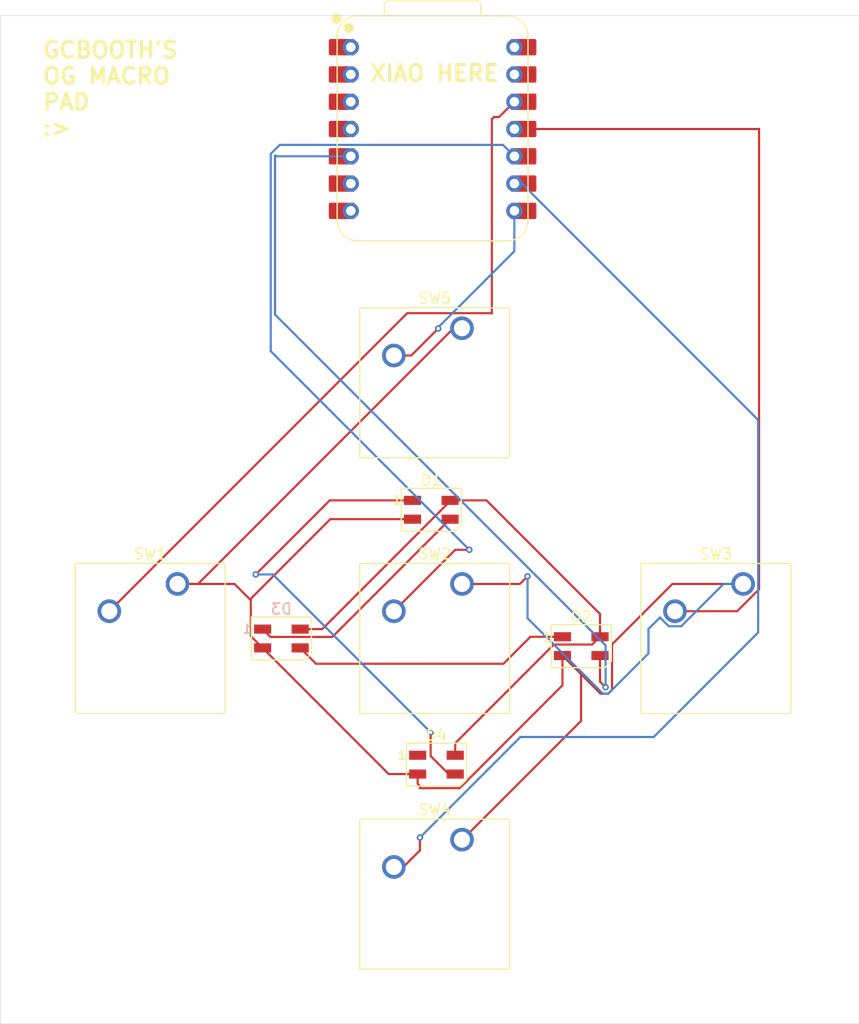
<source format=kicad_pcb>
(kicad_pcb (version 20241229) (generator "pcbnew") (generator_version "9.0")
  (layers (0 "F.Cu" signal) (2 "B.Cu" signal) (13 "F.Paste" user) (15 "B.Paste" user) (5 "F.SilkS" user "F.Silkscreen") (7 "B.SilkS" user "B.Silkscreen") (1 "F.Mask" user) (3 "B.Mask" user) (25 "Edge.Cuts" user))
  (net 0 "")
  (net 1 "Net-(D1-DIN)")
  (net 2 "+5V")
  (net 3 "Net-(D1-DOUT)")
  (net 4 "GND")
  (net 5 "Net-(D2-DIN)")
  (net 6 "Net-(D2-DOUT)")
  (net 8 "Net-(U1-3V3)")
  (net 9 "Net-(U1-GPIO4{slash}MISO)")
  (net 10 "Net-(U1-GPIO3{slash}MOSI)")
  (net 11 "Net-(U1-GPIO2{slash}SCK)")
  (net 12 "Net-(U1-GPIO1{slash}RX)")
  (footprint "LED_SMD:LED_SK6812MINI_PLCC4_3.5x3.5mm_P1.75mm" (layer "F.Cu") (at 154.46 68.975)
    (property "Reference" "D1" (at 0 -2.75 0) (layer "F.SilkS"))
    (property "Value" "SK6812MINI")
    (fp_line (start -2.8 -2) (end -2.8 2) (stroke (width 0.12)) (layer "F.SilkS"))
    (fp_line (start -2.8 -2) (end 2.8 -2) (stroke (width 0.12)) (layer "F.SilkS"))
    (fp_line (start -2.8 2) (end 2.2 2) (stroke (width 0.12)) (layer "F.SilkS"))
    (fp_line (start 2.8 1.4) (end 2.2 2) (stroke (width 0.12)) (layer "F.SilkS"))
    (fp_line (start 2.8 1.4) (end 2.8 -2) (stroke (width 0.12)) (layer "F.SilkS"))
    (fp_text user "1" (at -3.2 -0.875 0) (layer "F.SilkS") (effects (font (size 0.8 0.8))))
    (pad "1" smd rect (at -1.75 -0.875) (size 1.6 0.85) (layers "F.Cu" "F.Mask" "F.Paste") (net 3 "Net-(D1-DOUT)"))
    (pad "2" smd rect (at -1.75 0.875) (size 1.6 0.85) (layers "F.Cu" "F.Mask" "F.Paste") (net 4 "GND"))
    (pad "3" smd rect (at 1.75 0.875) (size 1.6 0.85) (layers "F.Cu" "F.Mask" "F.Paste") (net 1 "Net-(D1-DIN)"))
    (pad "4" smd rect (at 1.75 -0.875) (size 1.6 0.85) (layers "F.Cu" "F.Mask" "F.Paste") (net 2 "+5V"))
  )
  (footprint "Button_Switch_Keyboard:SW_Cherry_MX_1.00u_PCB" (layer "F.Cu") (at 130.81 75.8825)
    (property "Reference" "SW1" (at -2.54 -2.794 0) (layer "F.SilkS"))
    (property "Value" "SW_Push")
    (fp_line (start -9.525 -1.905) (end 4.445 -1.905) (stroke (width 0.12)) (layer "F.SilkS"))
    (fp_line (start -9.525 12.065) (end -9.525 -1.905) (stroke (width 0.12)) (layer "F.SilkS"))
    (fp_line (start 4.445 -1.905) (end 4.445 12.065) (stroke (width 0.12)) (layer "F.SilkS"))
    (fp_line (start 4.445 12.065) (end -9.525 12.065) (stroke (width 0.12)) (layer "F.SilkS"))
    (pad "" np_thru_hole circle (at -7.62 5.08) (size 1.7 1.7) (drill 1.7) (layers "*.Cu" "*.Mask"))
    (pad "" np_thru_hole circle (at -2.54 5.08) (size 4 4) (drill 4) (layers "*.Cu" "*.Mask"))
    (pad "" np_thru_hole circle (at 2.54 5.08) (size 1.7 1.7) (drill 1.7) (layers "*.Cu" "*.Mask"))
    (pad "1" thru_hole circle (at 0 0) (size 2.2 2.2) (drill 1.5) (layers "*.Cu" "*.Mask") (net 4 "GND"))
    (pad "2" thru_hole circle (at -6.35 2.54) (size 2.2 2.2) (drill 1.5) (layers "*.Cu" "*.Mask") (net 8 "Net-(U1-3V3)"))
  )
  (footprint "LED_SMD:LED_SK6812MINI_PLCC4_3.5x3.5mm_P1.75mm" (layer "F.Cu") (at 154.94 92.71)
    (property "Reference" "D4" (at 0 -2.75 0) (layer "F.SilkS"))
    (property "Value" "SK6812MINI")
    (fp_line (start -2.8 -2) (end -2.8 2) (stroke (width 0.12)) (layer "F.SilkS"))
    (fp_line (start -2.8 -2) (end 2.8 -2) (stroke (width 0.12)) (layer "F.SilkS"))
    (fp_line (start -2.8 2) (end 2.2 2) (stroke (width 0.12)) (layer "F.SilkS"))
    (fp_line (start 2.8 1.4) (end 2.2 2) (stroke (width 0.12)) (layer "F.SilkS"))
    (fp_line (start 2.8 1.4) (end 2.8 -2) (stroke (width 0.12)) (layer "F.SilkS"))
    (fp_text user "1" (at -3.2 -0.875 0) (layer "F.SilkS") (effects (font (size 0.8 0.8))))
    (pad "1" smd rect (at -1.75 -0.875) (size 1.6 0.85) (layers "F.Cu" "F.Mask" "F.Paste"))
    (pad "2" smd rect (at -1.75 0.875) (size 1.6 0.85) (layers "F.Cu" "F.Mask" "F.Paste") (net 4 "GND"))
    (pad "3" smd rect (at 1.75 0.875) (size 1.6 0.85) (layers "F.Cu" "F.Mask" "F.Paste") (net 3 "Net-(D1-DOUT)"))
    (pad "4" smd rect (at 1.75 -0.875) (size 1.6 0.85) (layers "F.Cu" "F.Mask" "F.Paste") (net 2 "+5V"))
  )
  (footprint "Button_Switch_Keyboard:SW_Cherry_MX_1.00u_PCB" (layer "F.Cu") (at 183.515 75.8825)
    (property "Reference" "SW3" (at -2.54 -2.794 0) (layer "F.SilkS"))
    (property "Value" "SW_Push")
    (fp_line (start -9.525 -1.905) (end 4.445 -1.905) (stroke (width 0.12)) (layer "F.SilkS"))
    (fp_line (start -9.525 12.065) (end -9.525 -1.905) (stroke (width 0.12)) (layer "F.SilkS"))
    (fp_line (start 4.445 -1.905) (end 4.445 12.065) (stroke (width 0.12)) (layer "F.SilkS"))
    (fp_line (start 4.445 12.065) (end -9.525 12.065) (stroke (width 0.12)) (layer "F.SilkS"))
    (pad "" np_thru_hole circle (at -7.62 5.08) (size 1.7 1.7) (drill 1.7) (layers "*.Cu" "*.Mask"))
    (pad "" np_thru_hole circle (at -2.54 5.08) (size 4 4) (drill 4) (layers "*.Cu" "*.Mask"))
    (pad "" np_thru_hole circle (at 2.54 5.08) (size 1.7 1.7) (drill 1.7) (layers "*.Cu" "*.Mask"))
    (pad "1" thru_hole circle (at 0 0) (size 2.2 2.2) (drill 1.5) (layers "*.Cu" "*.Mask") (net 4 "GND"))
    (pad "2" thru_hole circle (at -6.35 2.54) (size 2.2 2.2) (drill 1.5) (layers "*.Cu" "*.Mask") (net 10 "Net-(U1-GPIO3{slash}MOSI)"))
  )
  (footprint "Button_Switch_Keyboard:SW_Cherry_MX_1.00u_PCB" (layer "F.Cu") (at 157.32125 52.07)
    (property "Reference" "SW5" (at -2.54 -2.794 0) (layer "F.SilkS"))
    (property "Value" "SW_Push")
    (fp_line (start -9.525 -1.905) (end 4.445 -1.905) (stroke (width 0.12)) (layer "F.SilkS"))
    (fp_line (start -9.525 12.065) (end -9.525 -1.905) (stroke (width 0.12)) (layer "F.SilkS"))
    (fp_line (start 4.445 -1.905) (end 4.445 12.065) (stroke (width 0.12)) (layer "F.SilkS"))
    (fp_line (start 4.445 12.065) (end -9.525 12.065) (stroke (width 0.12)) (layer "F.SilkS"))
    (pad "" np_thru_hole circle (at -7.62 5.08) (size 1.7 1.7) (drill 1.7) (layers "*.Cu" "*.Mask"))
    (pad "" np_thru_hole circle (at -2.54 5.08) (size 4 4) (drill 4) (layers "*.Cu" "*.Mask"))
    (pad "" np_thru_hole circle (at 2.54 5.08) (size 1.7 1.7) (drill 1.7) (layers "*.Cu" "*.Mask"))
    (pad "1" thru_hole circle (at 0 0) (size 2.2 2.2) (drill 1.5) (layers "*.Cu" "*.Mask") (net 4 "GND"))
    (pad "2" thru_hole circle (at -6.35 2.54) (size 2.2 2.2) (drill 1.5) (layers "*.Cu" "*.Mask") (net 12 "Net-(U1-GPIO1{slash}RX)"))
  )
  (footprint "Button_Switch_Keyboard:SW_Cherry_MX_1.00u_PCB" (layer "F.Cu") (at 157.32125 75.8825)
    (property "Reference" "SW2" (at -2.54 -2.794 0) (layer "F.SilkS"))
    (property "Value" "SW_Push")
    (fp_line (start -9.525 -1.905) (end 4.445 -1.905) (stroke (width 0.12)) (layer "F.SilkS"))
    (fp_line (start -9.525 12.065) (end -9.525 -1.905) (stroke (width 0.12)) (layer "F.SilkS"))
    (fp_line (start 4.445 -1.905) (end 4.445 12.065) (stroke (width 0.12)) (layer "F.SilkS"))
    (fp_line (start 4.445 12.065) (end -9.525 12.065) (stroke (width 0.12)) (layer "F.SilkS"))
    (pad "" np_thru_hole circle (at -7.62 5.08) (size 1.7 1.7) (drill 1.7) (layers "*.Cu" "*.Mask"))
    (pad "" np_thru_hole circle (at -2.54 5.08) (size 4 4) (drill 4) (layers "*.Cu" "*.Mask"))
    (pad "" np_thru_hole circle (at 2.54 5.08) (size 1.7 1.7) (drill 1.7) (layers "*.Cu" "*.Mask"))
    (pad "1" thru_hole circle (at 0 0) (size 2.2 2.2) (drill 1.5) (layers "*.Cu" "*.Mask") (net 4 "GND"))
    (pad "2" thru_hole circle (at -6.35 2.54) (size 2.2 2.2) (drill 1.5) (layers "*.Cu" "*.Mask") (net 9 "Net-(U1-GPIO4{slash}MISO)"))
  )
  (footprint "Button_Switch_Keyboard:SW_Cherry_MX_1.00u_PCB" (layer "F.Cu") (at 157.32125 99.695)
    (property "Reference" "SW4" (at -2.54 -2.794 0) (layer "F.SilkS"))
    (property "Value" "SW_Push")
    (fp_line (start -9.525 -1.905) (end 4.445 -1.905) (stroke (width 0.12)) (layer "F.SilkS"))
    (fp_line (start -9.525 12.065) (end -9.525 -1.905) (stroke (width 0.12)) (layer "F.SilkS"))
    (fp_line (start 4.445 -1.905) (end 4.445 12.065) (stroke (width 0.12)) (layer "F.SilkS"))
    (fp_line (start 4.445 12.065) (end -9.525 12.065) (stroke (width 0.12)) (layer "F.SilkS"))
    (pad "" np_thru_hole circle (at -7.62 5.08) (size 1.7 1.7) (drill 1.7) (layers "*.Cu" "*.Mask"))
    (pad "" np_thru_hole circle (at -2.54 5.08) (size 4 4) (drill 4) (layers "*.Cu" "*.Mask"))
    (pad "" np_thru_hole circle (at 2.54 5.08) (size 1.7 1.7) (drill 1.7) (layers "*.Cu" "*.Mask"))
    (pad "1" thru_hole circle (at 0 0) (size 2.2 2.2) (drill 1.5) (layers "*.Cu" "*.Mask") (net 4 "GND"))
    (pad "2" thru_hole circle (at -6.35 2.54) (size 2.2 2.2) (drill 1.5) (layers "*.Cu" "*.Mask") (net 11 "Net-(U1-GPIO2{slash}SCK)"))
  )
  (footprint "OPL FOOTPRINT:XIAO-RP2040-DIP" (layer "F.Cu") (at 154.58 33.52)
    (property "Reference" "U1" (hide yes))
    (property "Value" "XIAO-RP2040-DIP")
    (fp_line (start -8.89 8.509) (end -8.89 -8.636) (stroke (width 0.127)) (layer "F.SilkS"))
    (fp_line (start -6.985 10.414) (end 6.985 10.414) (stroke (width 0.127)) (layer "F.SilkS"))
    (fp_line (start -4.495 -10.541) (end -4.491272 -11.451272) (stroke (width 0.127)) (layer "F.SilkS"))
    (fp_line (start -3.991272 -11.951) (end 4.004 -11.951) (stroke (width 0.127)) (layer "F.SilkS"))
    (fp_line (start 4.504 -11.451) (end 4.504 -10.541) (stroke (width 0.127)) (layer "F.SilkS"))
    (fp_line (start 6.985 -10.541) (end -6.985 -10.541) (stroke (width 0.1)) (layer "F.SilkS"))
    (fp_line (start 6.985 -10.541) (end -6.985 -10.541) (stroke (width 0.127)) (layer "F.SilkS"))
    (fp_line (start 8.89 8.509) (end 8.89 -8.636) (stroke (width 0.127)) (layer "F.SilkS"))
    (fp_arc (start -8.89 -8.636) (mid -8.332038 -9.983038) (end -6.985 -10.541) (stroke (width 0.127)) (layer "F.SilkS"))
    (fp_arc (start -6.985 10.414) (mid -8.332038 9.856038) (end -8.89 8.509) (stroke (width 0.127)) (layer "F.SilkS"))
    (fp_arc (start -4.491272 -11.451272) (mid -4.344728 -11.80464) (end -3.991272 -11.951) (stroke (width 0.127)) (layer "F.SilkS"))
    (fp_arc (start 4.004 -11.951) (mid 4.357553 -11.804553) (end 4.504 -11.451) (stroke (width 0.127)) (layer "F.SilkS"))
    (fp_arc (start 6.985 -10.541) (mid 8.332038 -9.983038) (end 8.89 -8.636) (stroke (width 0.127)) (layer "F.SilkS"))
    (fp_arc (start 8.89 8.509) (mid 8.332038 9.856038) (end 6.985 10.414) (stroke (width 0.127)) (layer "F.SilkS"))
    (fp_circle (center -8.95 -10.3) (end -8.95 -10.554) (stroke (width 0.5)) (fill yes) (layer "F.SilkS"))
    (fp_circle (center -7.807 -9.42) (end -7.807 -9.674) (stroke (width 0.5)) (fill yes) (layer "F.SilkS"))
    (pad "1" smd roundrect (at -8.455 -7.62 180) (size 2.432 1.524) (layers "F.Cu" "F.Mask") (roundrect_rratio 0.1))
    (pad "1" thru_hole circle (at -7.62 -7.62 180) (size 1.524 1.524) (drill 0.889) (layers "*.Cu" "*.Mask"))
    (pad "2" smd roundrect (at -8.455 -5.08 180) (size 2.432 1.524) (layers "F.Cu" "F.Mask") (roundrect_rratio 0.1))
    (pad "2" thru_hole circle (at -7.62 -5.08 180) (size 1.524 1.524) (drill 0.889) (layers "*.Cu" "*.Mask"))
    (pad "3" smd roundrect (at -8.455 -2.54 180) (size 2.432 1.524) (layers "F.Cu" "F.Mask") (roundrect_rratio 0.1))
    (pad "3" thru_hole circle (at -7.62 -2.54 180) (size 1.524 1.524) (drill 0.889) (layers "*.Cu" "*.Mask"))
    (pad "4" smd roundrect (at -8.455 0 180) (size 2.432 1.524) (layers "F.Cu" "F.Mask") (roundrect_rratio 0.1))
    (pad "4" thru_hole circle (at -7.62 0 180) (size 1.524 1.524) (drill 0.889) (layers "*.Cu" "*.Mask"))
    (pad "5" smd roundrect (at -8.455 2.54 180) (size 2.432 1.524) (layers "F.Cu" "F.Mask") (roundrect_rratio 0.1) (net 5 "Net-(D2-DIN)"))
    (pad "5" thru_hole circle (at -7.62 2.54 180) (size 1.524 1.524) (drill 0.889) (layers "*.Cu" "*.Mask") (net 5 "Net-(D2-DIN)"))
    (pad "6" smd roundrect (at -8.455 5.08 180) (size 2.432 1.524) (layers "F.Cu" "F.Mask") (roundrect_rratio 0.1))
    (pad "6" thru_hole circle (at -7.62 5.08 180) (size 1.524 1.524) (drill 0.889) (layers "*.Cu" "*.Mask"))
    (pad "7" smd roundrect (at -8.455 7.62 180) (size 2.432 1.524) (layers "F.Cu" "F.Mask") (roundrect_rratio 0.1))
    (pad "7" thru_hole circle (at -7.62 7.62 180) (size 1.524 1.524) (drill 0.889) (layers "*.Cu" "*.Mask"))
    (pad "8" thru_hole circle (at 7.62 7.62) (size 1.524 1.524) (drill 0.889) (layers "*.Cu" "*.Mask") (net 12 "Net-(U1-GPIO1{slash}RX)"))
    (pad "8" smd roundrect (at 8.455 7.62) (size 2.432 1.524) (layers "F.Cu" "F.Mask") (roundrect_rratio 0.1) (net 12 "Net-(U1-GPIO1{slash}RX)"))
    (pad "9" thru_hole circle (at 7.62 5.08) (size 1.524 1.524) (drill 0.889) (layers "*.Cu" "*.Mask") (net 11 "Net-(U1-GPIO2{slash}SCK)"))
    (pad "9" smd roundrect (at 8.455 5.08) (size 2.432 1.524) (layers "F.Cu" "F.Mask") (roundrect_rratio 0.1) (net 11 "Net-(U1-GPIO2{slash}SCK)"))
    (pad "10" thru_hole circle (at 7.62 2.54) (size 1.524 1.524) (drill 0.889) (layers "*.Cu" "*.Mask") (net 9 "Net-(U1-GPIO4{slash}MISO)"))
    (pad "10" smd roundrect (at 8.455 2.54) (size 2.432 1.524) (layers "F.Cu" "F.Mask") (roundrect_rratio 0.1) (net 9 "Net-(U1-GPIO4{slash}MISO)"))
    (pad "11" thru_hole circle (at 7.62 0) (size 1.524 1.524) (drill 0.889) (layers "*.Cu" "*.Mask") (net 10 "Net-(U1-GPIO3{slash}MOSI)"))
    (pad "11" smd roundrect (at 8.455 0) (size 2.432 1.524) (layers "F.Cu" "F.Mask") (roundrect_rratio 0.1) (net 10 "Net-(U1-GPIO3{slash}MOSI)"))
    (pad "12" thru_hole circle (at 7.62 -2.54) (size 1.524 1.524) (drill 0.889) (layers "*.Cu" "*.Mask") (net 8 "Net-(U1-3V3)"))
    (pad "12" smd roundrect (at 8.455 -2.54) (size 2.432 1.524) (layers "F.Cu" "F.Mask") (roundrect_rratio 0.1) (net 8 "Net-(U1-3V3)"))
    (pad "13" thru_hole circle (at 7.62 -5.08) (size 1.524 1.524) (drill 0.889) (layers "*.Cu" "*.Mask"))
    (pad "13" smd roundrect (at 8.455 -5.08) (size 2.432 1.524) (layers "F.Cu" "F.Mask") (roundrect_rratio 0.1))
    (pad "14" thru_hole circle (at 7.62 -7.62) (size 1.524 1.524) (drill 0.889) (layers "*.Cu" "*.Mask"))
    (pad "14" smd roundrect (at 8.455 -7.62) (size 2.432 1.524) (layers "F.Cu" "F.Mask") (roundrect_rratio 0.1))
  )
  (footprint "LED_SMD:LED_SK6812MINI_PLCC4_3.5x3.5mm_P1.75mm" (layer "F.Cu") (at 140.49375 80.9625)
    (property "Reference" "D3" (at 0 -2.75 0) (layer "B.SilkS") (effects (justify mirror)))
    (property "Value" "SK6812MINI")
    (fp_line (start -2.8 -2) (end -2.8 2) (stroke (width 0.12)) (layer "F.SilkS"))
    (fp_line (start -2.8 -2) (end 2.8 -2) (stroke (width 0.12)) (layer "F.SilkS"))
    (fp_line (start -2.8 2) (end 2.2 2) (stroke (width 0.12)) (layer "F.SilkS"))
    (fp_line (start 2.8 1.4) (end 2.2 2) (stroke (width 0.12)) (layer "F.SilkS"))
    (fp_line (start 2.8 1.4) (end 2.8 -2) (stroke (width 0.12)) (layer "F.SilkS"))
    (fp_text user "1" (at -3.2 -0.875 0) (layer "B.SilkS") (effects (font (size 0.8 0.8)) (justify mirror)))
    (pad "1" smd rect (at -1.75 -0.875) (size 1.6 0.85) (layers "F.Cu" "F.Mask" "F.Paste") (net 1 "Net-(D1-DIN)"))
    (pad "2" smd rect (at -1.75 0.875) (size 1.6 0.85) (layers "F.Cu" "F.Mask" "F.Paste") (net 4 "GND"))
    (pad "3" smd rect (at 1.75 0.875) (size 1.6 0.85) (layers "F.Cu" "F.Mask" "F.Paste") (net 6 "Net-(D2-DOUT)"))
    (pad "4" smd rect (at 1.75 -0.875) (size 1.6 0.85) (layers "F.Cu" "F.Mask" "F.Paste") (net 2 "+5V"))
  )
  (footprint "LED_SMD:LED_SK6812MINI_PLCC4_3.5x3.5mm_P1.75mm" (layer "F.Cu") (at 168.43 81.675)
    (property "Reference" "D2" (at 0 -2.75 0) (layer "F.SilkS"))
    (property "Value" "SK6812MINI")
    (fp_line (start -2.8 -2) (end -2.8 2) (stroke (width 0.12)) (layer "F.SilkS"))
    (fp_line (start -2.8 -2) (end 2.8 -2) (stroke (width 0.12)) (layer "F.SilkS"))
    (fp_line (start -2.8 2) (end 2.2 2) (stroke (width 0.12)) (layer "F.SilkS"))
    (fp_line (start 2.8 1.4) (end 2.2 2) (stroke (width 0.12)) (layer "F.SilkS"))
    (fp_line (start 2.8 1.4) (end 2.8 -2) (stroke (width 0.12)) (layer "F.SilkS"))
    (fp_text user "1" (at -3.2 -0.875 0) (layer "F.SilkS") (effects (font (size 0.8 0.8))))
    (pad "1" smd rect (at -1.75 -0.875) (size 1.6 0.85) (layers "F.Cu" "F.Mask" "F.Paste") (net 6 "Net-(D2-DOUT)"))
    (pad "2" smd rect (at -1.75 0.875) (size 1.6 0.85) (layers "F.Cu" "F.Mask" "F.Paste") (net 4 "GND"))
    (pad "3" smd rect (at 1.75 0.875) (size 1.6 0.85) (layers "F.Cu" "F.Mask" "F.Paste") (net 5 "Net-(D2-DIN)"))
    (pad "4" smd rect (at 1.75 -0.875) (size 1.6 0.85) (layers "F.Cu" "F.Mask" "F.Paste") (net 2 "+5V"))
  )
  (gr_rect (start 114.3 22.96) (end 194.31 116.84) (stroke (width 0.05)) (fill no) (layer "Edge.Cuts"))
  (gr_text "XIAO HERE" (at 148.59 29.21 0) (layer "F.SilkS") (effects (font (size 1.5 1.5) (thickness 0.3) (bold yes)) (justify left bottom)))
  (gr_text "GCBOOTH'S\nOG MACRO\nPAD\n:>\n" (at 118.11 34.29 0) (layer "F.SilkS") (effects (font (size 1.5 1.5) (thickness 0.3) (bold yes)) (justify left bottom)))
  (segment (start 145.2465 80.8135) (end 156.21 69.85) (width 0.2) (layer "F.Cu") (net 1))
  (segment (start 138.74375 80.0875) (end 139.46975 80.8135) (width 0.2) (layer "F.Cu") (net 1))
  (segment (start 139.46975 80.8135) (end 145.2465 80.8135) (width 0.2) (layer "F.Cu") (net 1))
  (segment (start 165.877 81.526) (end 169.454 81.526) (width 0.2) (layer "F.Cu") (net 2))
  (segment (start 170.18 78.68) (end 170.18 80.8) (width 0.2) (layer "F.Cu") (net 2))
  (segment (start 156.21 68.1) (end 159.6 68.1) (width 0.2) (layer "F.Cu") (net 2))
  (segment (start 142.24375 80.0875) (end 144.2995 80.0875) (width 0.2) (layer "F.Cu") (net 2))
  (segment (start 156.69 91.835) (end 156.69 90.713) (width 0.2) (layer "F.Cu") (net 2))
  (segment (start 169.454 81.526) (end 170.18 80.8) (width 0.2) (layer "F.Cu") (net 2))
  (segment (start 144.2995 80.0875) (end 156.21 68.177) (width 0.2) (layer "F.Cu") (net 2))
  (segment (start 159.6 68.1) (end 170.18 78.68) (width 0.2) (layer "F.Cu") (net 2))
  (segment (start 156.21 68.177) (end 156.21 68.1) (width 0.2) (layer "F.Cu") (net 2))
  (segment (start 156.69 90.713) (end 165.877 81.526) (width 0.2) (layer "F.Cu") (net 2))
  (segment (start 154.4 91.9) (end 156.085 93.585) (width 0.2) (layer "F.Cu") (net 3))
  (segment (start 145 68.1) (end 138.1 75) (width 0.2) (layer "F.Cu") (net 3))
  (segment (start 156.085 93.585) (end 156.69 93.585) (width 0.2) (layer "F.Cu") (net 3))
  (segment (start 152.71 68.1) (end 145 68.1) (width 0.2) (layer "F.Cu") (net 3))
  (segment (start 154.4 89.7) (end 154.4 91.9) (width 0.2) (layer "F.Cu") (net 3))
  (via (at 138.1 75) (size 0.6) (drill 0.3) (layers "F.Cu" "B.Cu") (net 3))
  (via (at 154.4 89.7) (size 0.6) (drill 0.3) (layers "F.Cu" "B.Cu") (net 3))
  (segment (start 139.7 75) (end 154.4 89.7) (width 0.2) (layer "B.Cu") (net 3))
  (segment (start 138.1 75) (end 139.7 75) (width 0.2) (layer "B.Cu") (net 3))
  (segment (start 168.415 84.285) (end 166.68 82.55) (width 0.2) (layer "F.Cu") (net 4))
  (segment (start 166.68 82.55) (end 166.68 85.32) (width 0.2) (layer "F.Cu") (net 4))
  (segment (start 157.32125 99.695) (end 157.791 99.22525) (width 0.2) (layer "F.Cu") (net 4))
  (segment (start 137.64275 77.4) (end 137.64275 77.25725) (width 0.2) (layer "F.Cu") (net 4))
  (segment (start 162.7175 75.8825) (end 163.425735 75.174265) (width 0.2) (layer "F.Cu") (net 4))
  (segment (start 166.68 85.32) (end 157.1 94.9) (width 0.2) (layer "F.Cu") (net 4))
  (segment (start 157.32125 99.695) (end 157.354943 99.695) (width 0.2) (layer "F.Cu") (net 4))
  (segment (start 136.12525 75.8825) (end 137.64275 77.4) (width 0.2) (layer "F.Cu") (net 4))
  (segment (start 170.231 86.101) (end 168.415 84.285) (width 0.2) (layer "F.Cu") (net 4))
  (segment (start 168.415 88.634943) (end 168.415 84.285) (width 0.2) (layer "F.Cu") (net 4))
  (segment (start 171.301 85.748943) (end 170.948943 86.101) (width 0.2) (layer "F.Cu") (net 4))
  (segment (start 132.723934 75.8825) (end 156.536434 52.07) (width 0.2) (layer "F.Cu") (net 4))
  (segment (start 157.354943 99.695) (end 168.415 88.634943) (width 0.2) (layer "F.Cu") (net 4))
  (segment (start 137.64275 80.7365) (end 137.64275 77.4) (width 0.2) (layer "F.Cu") (net 4))
  (segment (start 157.1 94.9) (end 153.4 94.9) (width 0.2) (layer "F.Cu") (net 4))
  (segment (start 130.81 75.8825) (end 136.12525 75.8825) (width 0.2) (layer "F.Cu") (net 4))
  (segment (start 130.81 75.8825) (end 132.723934 75.8825) (width 0.2) (layer "F.Cu") (net 4))
  (segment (start 176.9245 75.8825) (end 171.301 81.506) (width 0.2) (layer "F.Cu") (net 4))
  (segment (start 150.49125 93.585) (end 138.74375 81.8375) (width 0.2) (layer "F.Cu") (net 4))
  (segment (start 157.32125 75.8825) (end 162.7175 75.8825) (width 0.2) (layer "F.Cu") (net 4))
  (segment (start 153.4 94.9) (end 153.4 94.7) (width 0.2) (layer "F.Cu") (net 4))
  (segment (start 156.536434 52.07) (end 157.32125 52.07) (width 0.2) (layer "F.Cu") (net 4))
  (segment (start 170.948943 86.101) (end 170.231 86.101) (width 0.2) (layer "F.Cu") (net 4))
  (segment (start 138.74375 81.8375) (end 137.64275 80.7365) (width 0.2) (layer "F.Cu") (net 4))
  (segment (start 171.301 81.506) (end 171.301 85.748943) (width 0.2) (layer "F.Cu") (net 4))
  (segment (start 137.64275 77.25725) (end 145.05 69.85) (width 0.2) (layer "F.Cu") (net 4))
  (segment (start 153.19 93.585) (end 150.49125 93.585) (width 0.2) (layer "F.Cu") (net 4))
  (segment (start 145.05 69.85) (end 152.71 69.85) (width 0.2) (layer "F.Cu") (net 4))
  (segment (start 153.19 94.49) (end 153.19 93.585) (width 0.2) (layer "F.Cu") (net 4))
  (segment (start 183.515 75.8825) (end 176.9245 75.8825) (width 0.2) (layer "F.Cu") (net 4))
  (segment (start 153.4 94.7) (end 153.19 94.49) (width 0.2) (layer "F.Cu") (net 4))
  (via (at 163.425735 75.174265) (size 0.6) (drill 0.3) (layers "F.Cu" "B.Cu") (net 4))
  (segment (start 170.451057 86.101) (end 170.948943 86.101) (width 0.2) (layer "B.Cu") (net 4))
  (segment (start 170.948943 86.101) (end 174.694 82.355943) (width 0.2) (layer "B.Cu") (net 4))
  (segment (start 163.425735 75.174265) (end 163.425735 79.075678) (width 0.2) (layer "B.Cu") (net 4))
  (segment (start 174.694 82.355943) (end 174.694 80.072814) (width 0.2) (layer "B.Cu") (net 4))
  (segment (start 177.745314 79.8235) (end 181.686314 75.8825) (width 0.2) (layer "B.Cu") (net 4))
  (segment (start 176.584686 79.8235) (end 177.745314 79.8235) (width 0.2) (layer "B.Cu") (net 4))
  (segment (start 174.694 80.072814) (end 175.764 79.002814) (width 0.2) (layer "B.Cu") (net 4))
  (segment (start 175.764 79.002814) (end 176.584686 79.8235) (width 0.2) (layer "B.Cu") (net 4))
  (segment (start 181.686314 75.8825) (end 183.515 75.8825) (width 0.2) (layer "B.Cu") (net 4))
  (segment (start 163.425735 79.075678) (end 170.451057 86.101) (width 0.2) (layer "B.Cu") (net 4))
  (segment (start 170.18 84.98) (end 170.7 85.5) (width 0.2) (layer "F.Cu") (net 5))
  (segment (start 170.18 82.55) (end 170.18 84.98) (width 0.2) (layer "F.Cu") (net 5))
  (via (at 170.7 85.5) (size 0.6) (drill 0.3) (layers "F.Cu" "B.Cu") (net 5))
  (segment (start 139.9 50.8) (end 139.9 36) (width 0.2) (layer "B.Cu") (net 5))
  (segment (start 140.06 36.06) (end 146.96 36.06) (width 0.2) (layer "B.Cu") (net 5))
  (segment (start 140 36) (end 140.06 36.06) (width 0.2) (layer "B.Cu") (net 5))
  (segment (start 139.9 36) (end 140 36) (width 0.2) (layer "B.Cu") (net 5))
  (segment (start 170.7 81.6) (end 139.9 50.8) (width 0.2) (layer "B.Cu") (net 5))
  (segment (start 170.7 85.5) (end 170.7 81.6) (width 0.2) (layer "B.Cu") (net 5))
  (segment (start 142.24375 81.84375) (end 142.24375 81.8375) (width 0.2) (layer "F.Cu") (net 6))
  (segment (start 143.7135 83.3135) (end 142.24375 81.84375) (width 0.2) (layer "F.Cu") (net 6))
  (segment (start 161.1835 83.3135) (end 143.7135 83.3135) (width 0.2) (layer "F.Cu") (net 6))
  (segment (start 163.697 80.8) (end 161.1835 83.3135) (width 0.2) (layer "F.Cu") (net 6))
  (segment (start 166.68 80.8) (end 163.697 80.8) (width 0.2) (layer "F.Cu") (net 6))
  (segment (start 124.46 78.4225) (end 152.2135 50.669) (width 0.2) (layer "F.Cu") (net 8))
  (segment (start 160.069 50.669) (end 160.1 50.7) (width 0.2) (layer "F.Cu") (net 8))
  (segment (start 160.1 50.7) (end 160.1 32.6) (width 0.2) (layer "F.Cu") (net 8))
  (segment (start 160.1 32.6) (end 160.3 32.4) (width 0.2) (layer "F.Cu") (net 8))
  (segment (start 160.3 32.4) (end 160.78 32.4) (width 0.2) (layer "F.Cu") (net 8))
  (segment (start 160.78 32.4) (end 162.2 30.98) (width 0.2) (layer "F.Cu") (net 8))
  (segment (start 152.2135 50.669) (end 160.069 50.669) (width 0.2) (layer "F.Cu") (net 8))
  (segment (start 150.97125 78.4225) (end 156.69375 72.7) (width 0.2) (layer "F.Cu") (net 9))
  (segment (start 156.69375 72.7) (end 158 72.7) (width 0.2) (layer "F.Cu") (net 9))
  (via (at 158 72.7) (size 0.6) (drill 0.3) (layers "F.Cu" "B.Cu") (net 9))
  (segment (start 140.3359 34.997) (end 161.137 34.997) (width 0.2) (layer "B.Cu") (net 9))
  (segment (start 158 72.7) (end 139.499 54.199) (width 0.2) (layer "B.Cu") (net 9))
  (segment (start 139.499 35.8339) (end 140.3359 34.997) (width 0.2) (layer "B.Cu") (net 9))
  (segment (start 139.499 54.199) (end 139.499 35.8339) (width 0.2) (layer "B.Cu") (net 9))
  (segment (start 161.137 34.997) (end 162.2 36.06) (width 0.2) (layer "B.Cu") (net 9))
  (segment (start 177.165 78.4225) (end 182.956314 78.4225) (width 0.2) (layer "F.Cu") (net 10))
  (segment (start 184.98 33.52) (end 163.035 33.52) (width 0.2) (layer "F.Cu") (net 10))
  (segment (start 185 33.5) (end 184.98 33.52) (width 0.2) (layer "F.Cu") (net 10))
  (segment (start 182.956314 78.4225) (end 185 76.378814) (width 0.2) (layer "F.Cu") (net 10))
  (segment (start 185 76.378814) (end 185 33.5) (width 0.2) (layer "F.Cu") (net 10))
  (segment (start 151.860524 102.235) (end 153.4 100.695524) (width 0.2) (layer "F.Cu") (net 11))
  (segment (start 150.97125 102.235) (end 151.860524 102.235) (width 0.2) (layer "F.Cu") (net 11))
  (segment (start 163.27763 38.6) (end 162.2 38.6) (width 0.2) (layer "F.Cu") (net 11))
  (segment (start 153.4 100.695524) (end 153.4 99.5) (width 0.2) (layer "F.Cu") (net 11))
  (via (at 153.4 99.5) (size 0.6) (drill 0.3) (layers "F.Cu" "B.Cu") (net 11))
  (segment (start 153.4 99.5) (end 162.766451 90.133549) (width 0.2) (layer "B.Cu") (net 11))
  (segment (start 162.9 38.6) (end 162.2 38.6) (width 0.2) (layer "B.Cu") (net 11))
  (segment (start 162.766451 90.133549) (end 175.185481 90.133549) (width 0.2) (layer "B.Cu") (net 11))
  (segment (start 184.916 80.40303) (end 184.916 60.616) (width 0.2) (layer "B.Cu") (net 11))
  (segment (start 175.185481 90.133549) (end 184.916 80.40303) (width 0.2) (layer "B.Cu") (net 11))
  (segment (start 184.916 60.616) (end 162.9 38.6) (width 0.2) (layer "B.Cu") (net 11))
  (segment (start 150.97125 54.61) (end 152.59 54.61) (width 0.2) (layer "F.Cu") (net 12))
  (segment (start 152.59 54.61) (end 155.1 52.1) (width 0.2) (layer "F.Cu") (net 12))
  (via (at 155.1 52.1) (size 0.6) (drill 0.3) (layers "F.Cu" "B.Cu") (net 12))
  (segment (start 155.1 52) (end 162.2 44.9) (width 0.2) (layer "B.Cu") (net 12))
  (segment (start 155.1 52.1) (end 155.1 52) (width 0.2) (layer "B.Cu") (net 12))
  (segment (start 162.2 44.9) (end 162.2 41.14) (width 0.2) (layer "B.Cu") (net 12))
  (segment (start 162.56 41.5) (end 162.2 41.14) (width 0.2) (layer "B.Cu") (net 12))
)
</source>
